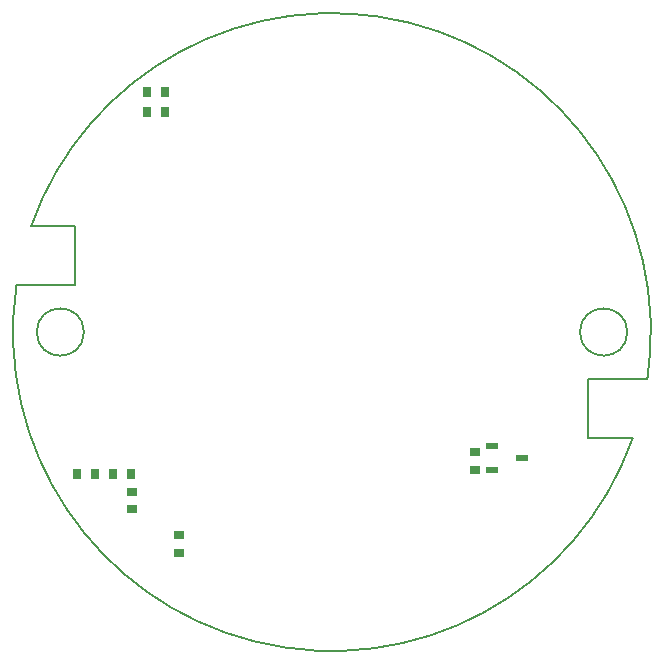
<source format=gbp>
%FSLAX25Y25*%
%MOIN*%
G70*
G01*
G75*
G04 Layer_Color=128*
%ADD10R,0.03347X0.02756*%
%ADD11R,0.02362X0.03937*%
%ADD12O,0.04724X0.00984*%
%ADD13R,0.04724X0.01772*%
%ADD14O,0.04724X0.01772*%
%ADD15O,0.00984X0.04724*%
%ADD16O,0.01772X0.04724*%
%ADD17R,0.03937X0.02362*%
%ADD18R,0.02756X0.03347*%
%ADD19R,0.04724X0.01969*%
%ADD20O,0.03543X0.01969*%
%ADD21O,0.03543X0.01969*%
%ADD22R,0.03543X0.01969*%
%ADD23O,0.02500X0.05500*%
%ADD24R,0.02500X0.05500*%
%ADD25R,0.07874X0.07874*%
%ADD26C,0.01200*%
%ADD27C,0.06000*%
%ADD28C,0.01000*%
%ADD29C,0.02000*%
%ADD30C,0.00800*%
%ADD31C,0.01500*%
%ADD32C,0.03000*%
%ADD33C,0.05000*%
%ADD34C,0.00500*%
%ADD35C,0.05906*%
%ADD36P,0.08352X4X180.0*%
%ADD37R,0.05906X0.05906*%
G04:AMPARAMS|DCode=38|XSize=78.74mil|YSize=118.11mil|CornerRadius=0mil|HoleSize=0mil|Usage=FLASHONLY|Rotation=45.000|XOffset=0mil|YOffset=0mil|HoleType=Round|Shape=Rectangle|*
%AMROTATEDRECTD38*
4,1,4,0.01392,-0.06960,-0.06960,0.01392,-0.01392,0.06960,0.06960,-0.01392,0.01392,-0.06960,0.0*
%
%ADD38ROTATEDRECTD38*%

G04:AMPARAMS|DCode=39|XSize=78.74mil|YSize=118.11mil|CornerRadius=0mil|HoleSize=0mil|Usage=FLASHONLY|Rotation=45.000|XOffset=0mil|YOffset=0mil|HoleType=Round|Shape=Round|*
%AMOVALD39*
21,1,0.03937,0.07874,0.00000,0.00000,135.0*
1,1,0.07874,0.01392,-0.01392*
1,1,0.07874,-0.01392,0.01392*
%
%ADD39OVALD39*%

%ADD40C,0.06000*%
%ADD41P,0.08352X4X200.0*%
%ADD42R,0.05906X0.05906*%
%ADD43C,0.03000*%
%ADD44C,0.02000*%
%ADD45C,0.04000*%
%ADD46C,0.05000*%
%ADD47C,0.00787*%
%ADD48C,0.00984*%
%ADD49C,0.02362*%
%ADD50R,0.04147X0.03556*%
%ADD51R,0.03162X0.04737*%
%ADD52O,0.05524X0.01784*%
%ADD53R,0.05524X0.02572*%
%ADD54O,0.05524X0.02572*%
%ADD55O,0.01784X0.05524*%
%ADD56O,0.02572X0.05524*%
%ADD57R,0.04737X0.03162*%
%ADD58R,0.03556X0.04147*%
%ADD59R,0.05524X0.02769*%
%ADD60O,0.04343X0.02769*%
%ADD61O,0.04343X0.02769*%
%ADD62R,0.04343X0.02769*%
%ADD63O,0.03300X0.06300*%
%ADD64R,0.03300X0.06300*%
%ADD65R,0.08674X0.08674*%
%ADD66C,0.06706*%
%ADD67P,0.09483X4X180.0*%
%ADD68R,0.06706X0.06706*%
G04:AMPARAMS|DCode=69|XSize=86.74mil|YSize=126.11mil|CornerRadius=0mil|HoleSize=0mil|Usage=FLASHONLY|Rotation=45.000|XOffset=0mil|YOffset=0mil|HoleType=Round|Shape=Rectangle|*
%AMROTATEDRECTD69*
4,1,4,0.01392,-0.07525,-0.07525,0.01392,-0.01392,0.07525,0.07525,-0.01392,0.01392,-0.07525,0.0*
%
%ADD69ROTATEDRECTD69*%

G04:AMPARAMS|DCode=70|XSize=86.74mil|YSize=126.11mil|CornerRadius=0mil|HoleSize=0mil|Usage=FLASHONLY|Rotation=45.000|XOffset=0mil|YOffset=0mil|HoleType=Round|Shape=Round|*
%AMOVALD70*
21,1,0.03937,0.08674,0.00000,0.00000,135.0*
1,1,0.08674,0.01392,-0.01392*
1,1,0.08674,-0.01392,0.01392*
%
%ADD70OVALD70*%

%ADD71C,0.06800*%
%ADD72P,0.09483X4X200.0*%
%ADD73R,0.06706X0.06706*%
D10*
X-50900Y-67795D02*
D03*
Y-73700D02*
D03*
X47700Y-40095D02*
D03*
Y-46000D02*
D03*
X-66600Y-53194D02*
D03*
Y-59100D02*
D03*
D17*
X53500Y-38126D02*
D03*
X63342Y-42063D02*
D03*
X53500Y-46000D02*
D03*
D18*
X-73005Y-47400D02*
D03*
X-67100D02*
D03*
X-61700Y73400D02*
D03*
X-55795D02*
D03*
X-61705Y80100D02*
D03*
X-55800D02*
D03*
X-84905Y-47400D02*
D03*
X-79000D02*
D03*
D34*
X105123Y-15766D02*
G03*
X-100244Y35364I-105123J15766D01*
G01*
X-105128Y15737D02*
G03*
X100221Y-35430I105128J-15737D01*
G01*
X-82677Y49D02*
G03*
X-82677Y0I-7874J-49D01*
G01*
X98425Y49D02*
G03*
X98425Y0I-7874J-49D01*
G01*
X-105128Y15748D02*
X-85515D01*
X-100199Y35348D02*
X-85515D01*
Y15748D02*
Y35348D01*
X85315Y-35348D02*
Y-15748D01*
Y-35433D02*
X100229D01*
X85315Y-15748D02*
X105000D01*
M02*

</source>
